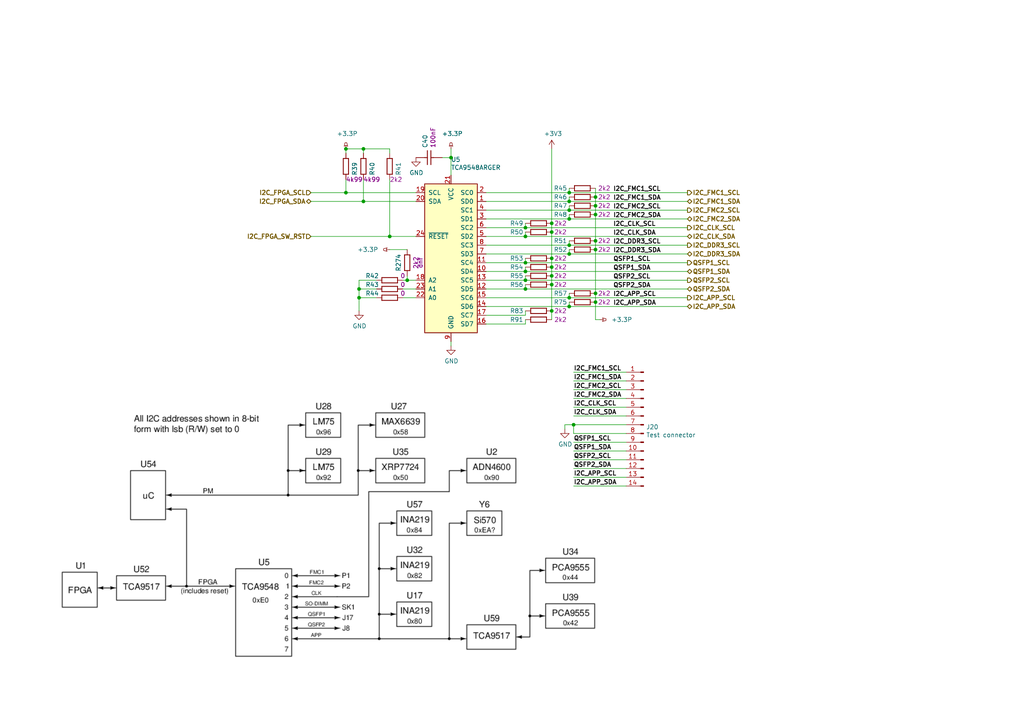
<source format=kicad_sch>
(kicad_sch (version 20211123) (generator eeschema)
  (paper "A4")
  (title_block (title "Marble") (date "2022-08-24") (rev "v1.4") (company "Michał Gąska / WUT") (comment 3 "I2C MUX"))
  (junction (at 160.02 67.31))
  (junction (at 172.72 57.15))
  (junction (at 113.03 68.58))
  (junction (at 172.72 87.63))
  (junction (at 165.1 58.42))
  (junction (at 160.02 77.47))
  (junction (at 152.4 68.58))
  (junction (at 105.41 43.18))
  (junction (at 100.33 43.18))
  (junction (at 165.1 60.96))
  (junction (at 130.81 45.72))
  (junction (at 152.4 76.2))
  (junction (at 152.4 81.28))
  (junction (at 165.1 88.9))
  (junction (at 165.1 73.66))
  (junction (at 172.72 85.09))
  (junction (at 172.72 59.69))
  (junction (at 160.02 74.93))
  (junction (at 172.72 62.23))
  (junction (at 105.41 58.42))
  (junction (at 165.1 71.12))
  (junction (at 160.02 82.55))
  (junction (at 100.33 55.88))
  (junction (at 160.02 80.01))
  (junction (at 165.1 55.88))
  (junction (at 118.11 81.28))
  (junction (at 172.72 72.39))
  (junction (at 152.4 78.74))
  (junction (at 152.4 83.82))
  (junction (at 165.1 86.36))
  (junction (at 152.4 66.04))
  (junction (at 104.14 86.36))
  (junction (at 172.72 69.85))
  (junction (at 160.02 90.17))
  (junction (at 160.02 64.77))
  (junction (at 166.37 123.19))
  (junction (at 104.14 83.82))
  (junction (at 165.1 63.5))
  (wire (pts (xy 140.97 60.96) (xy 165.1 60.96)))
  (wire (pts (xy 113.03 68.58) (xy 120.65 68.58)))
  (wire (pts (xy 140.97 63.5) (xy 165.1 63.5)))
  (wire (pts (xy 152.4 67.31) (xy 152.4 68.58)))
  (wire (pts (xy 130.81 45.72) (xy 130.81 50.8)))
  (wire (pts (xy 100.33 52.07) (xy 100.33 55.88)))
  (wire (pts (xy 152.4 64.77) (xy 152.4 66.04)))
  (wire (pts (xy 152.4 81.28) (xy 199.39 81.28)))
  (wire (pts (xy 172.72 59.69) (xy 172.72 62.23)))
  (wire (pts (xy 166.37 128.27) (xy 181.61 128.27)))
  (wire (pts (xy 130.81 43.18) (xy 130.81 45.72)))
  (wire (pts (xy 160.02 43.18) (xy 160.02 64.77)))
  (wire (pts (xy 166.37 113.03) (xy 181.61 113.03)))
  (wire (pts (xy 140.97 93.98) (xy 152.4 93.98)))
  (wire (pts (xy 152.4 83.82) (xy 199.39 83.82)))
  (wire (pts (xy 165.1 72.39) (xy 165.1 73.66)))
  (wire (pts (xy 152.4 66.04) (xy 199.39 66.04)))
  (wire (pts (xy 140.97 68.58) (xy 152.4 68.58)))
  (wire (pts (xy 140.97 71.12) (xy 165.1 71.12)))
  (wire (pts (xy 152.4 92.71) (xy 152.4 93.98)))
  (wire (pts (xy 166.37 107.95) (xy 181.61 107.95)))
  (wire (pts (xy 172.72 57.15) (xy 172.72 59.69)))
  (wire (pts (xy 165.1 57.15) (xy 165.1 58.42)))
  (wire (pts (xy 105.41 43.18) (xy 113.03 43.18)))
  (wire (pts (xy 172.72 69.85) (xy 172.72 72.39)))
  (wire (pts (xy 140.97 66.04) (xy 152.4 66.04)))
  (wire (pts (xy 165.1 86.36) (xy 199.39 86.36)))
  (wire (pts (xy 140.97 73.66) (xy 165.1 73.66)))
  (wire (pts (xy 172.72 85.09) (xy 172.72 87.63)))
  (wire (pts (xy 118.11 81.28) (xy 120.65 81.28)))
  (wire (pts (xy 165.1 59.69) (xy 165.1 60.96)))
  (wire (pts (xy 90.17 58.42) (xy 105.41 58.42)))
  (wire (pts (xy 172.72 62.23) (xy 172.72 69.85)))
  (wire (pts (xy 109.22 86.36) (xy 104.14 86.36)))
  (wire (pts (xy 166.37 135.89) (xy 181.61 135.89)))
  (wire (pts (xy 152.4 74.93) (xy 152.4 76.2)))
  (wire (pts (xy 165.1 63.5) (xy 199.39 63.5)))
  (wire (pts (xy 160.02 74.93) (xy 160.02 77.47)))
  (wire (pts (xy 160.02 77.47) (xy 160.02 80.01)))
  (wire (pts (xy 152.4 82.55) (xy 152.4 83.82)))
  (wire (pts (xy 105.41 44.45) (xy 105.41 43.18)))
  (wire (pts (xy 105.41 52.07) (xy 105.41 58.42)))
  (wire (pts (xy 165.1 58.42) (xy 199.39 58.42)))
  (wire (pts (xy 172.72 72.39) (xy 172.72 85.09)))
  (wire (pts (xy 166.37 140.97) (xy 181.61 140.97)))
  (wire (pts (xy 113.03 44.45) (xy 113.03 43.18)))
  (wire (pts (xy 166.37 130.81) (xy 181.61 130.81)))
  (wire (pts (xy 166.37 110.49) (xy 181.61 110.49)))
  (wire (pts (xy 163.83 123.19) (xy 166.37 123.19)))
  (wire (pts (xy 152.4 76.2) (xy 199.39 76.2)))
  (wire (pts (xy 140.97 55.88) (xy 165.1 55.88)))
  (wire (pts (xy 90.17 68.58) (xy 113.03 68.58)))
  (wire (pts (xy 160.02 67.31) (xy 160.02 74.93)))
  (wire (pts (xy 166.37 125.73) (xy 181.61 125.73)))
  (wire (pts (xy 104.14 86.36) (xy 104.14 90.17)))
  (wire (pts (xy 128.27 45.72) (xy 130.81 45.72)))
  (wire (pts (xy 152.4 78.74) (xy 199.39 78.74)))
  (wire (pts (xy 166.37 138.43) (xy 181.61 138.43)))
  (wire (pts (xy 160.02 80.01) (xy 160.02 82.55)))
  (wire (pts (xy 140.97 88.9) (xy 165.1 88.9)))
  (wire (pts (xy 113.03 52.07) (xy 113.03 68.58)))
  (wire (pts (xy 116.84 83.82) (xy 120.65 83.82)))
  (wire (pts (xy 165.1 55.88) (xy 199.39 55.88)))
  (wire (pts (xy 152.4 68.58) (xy 199.39 68.58)))
  (wire (pts (xy 118.11 80.01) (xy 118.11 81.28)))
  (wire (pts (xy 140.97 58.42) (xy 165.1 58.42)))
  (wire (pts (xy 140.97 83.82) (xy 152.4 83.82)))
  (wire (pts (xy 166.37 125.73) (xy 166.37 123.19)))
  (wire (pts (xy 166.37 123.19) (xy 181.61 123.19)))
  (wire (pts (xy 160.02 90.17) (xy 160.02 92.71)))
  (wire (pts (xy 152.4 77.47) (xy 152.4 78.74)))
  (wire (pts (xy 104.14 83.82) (xy 104.14 86.36)))
  (wire (pts (xy 152.4 80.01) (xy 152.4 81.28)))
  (wire (pts (xy 166.37 115.57) (xy 181.61 115.57)))
  (wire (pts (xy 116.84 86.36) (xy 120.65 86.36)))
  (wire (pts (xy 165.1 62.23) (xy 165.1 63.5)))
  (wire (pts (xy 172.72 87.63) (xy 172.72 92.71)))
  (wire (pts (xy 105.41 43.18) (xy 100.33 43.18)))
  (wire (pts (xy 130.81 99.06) (xy 130.81 100.33)))
  (wire (pts (xy 172.72 54.61) (xy 172.72 57.15)))
  (wire (pts (xy 140.97 78.74) (xy 152.4 78.74)))
  (wire (pts (xy 165.1 88.9) (xy 199.39 88.9)))
  (wire (pts (xy 100.33 44.45) (xy 100.33 43.18)))
  (wire (pts (xy 140.97 76.2) (xy 152.4 76.2)))
  (wire (pts (xy 116.84 81.28) (xy 118.11 81.28)))
  (wire (pts (xy 166.37 120.65) (xy 181.61 120.65)))
  (wire (pts (xy 166.37 133.35) (xy 181.61 133.35)))
  (wire (pts (xy 140.97 91.44) (xy 152.4 91.44)))
  (wire (pts (xy 163.83 124.46) (xy 163.83 123.19)))
  (wire (pts (xy 109.22 83.82) (xy 104.14 83.82)))
  (wire (pts (xy 165.1 54.61) (xy 165.1 55.88)))
  (wire (pts (xy 113.03 72.39) (xy 118.11 72.39)))
  (wire (pts (xy 172.72 92.71) (xy 173.99 92.71)))
  (wire (pts (xy 165.1 71.12) (xy 199.39 71.12)))
  (wire (pts (xy 140.97 81.28) (xy 152.4 81.28)))
  (wire (pts (xy 166.37 118.11) (xy 181.61 118.11)))
  (wire (pts (xy 140.97 86.36) (xy 165.1 86.36)))
  (wire (pts (xy 90.17 55.88) (xy 100.33 55.88)))
  (wire (pts (xy 165.1 73.66) (xy 199.39 73.66)))
  (wire (pts (xy 165.1 85.09) (xy 165.1 86.36)))
  (wire (pts (xy 109.22 81.28) (xy 104.14 81.28)))
  (wire (pts (xy 104.14 81.28) (xy 104.14 83.82)))
  (wire (pts (xy 160.02 64.77) (xy 160.02 67.31)))
  (wire (pts (xy 165.1 60.96) (xy 199.39 60.96)))
  (wire (pts (xy 165.1 87.63) (xy 165.1 88.9)))
  (wire (pts (xy 152.4 90.17) (xy 152.4 91.44)))
  (wire (pts (xy 165.1 69.85) (xy 165.1 71.12)))
  (wire (pts (xy 100.33 55.88) (xy 120.65 55.88)))
  (wire (pts (xy 105.41 58.42) (xy 120.65 58.42)))
  (wire (pts (xy 160.02 82.55) (xy 160.02 90.17)))
  (image (at 95.25 153.67))
  (label "QSFP1_SDA" (at 166.37 130.81 0) (effects (font (thickness 0.254) bold)))
  (label "I2C_FMC2_SCL" (at 177.8 60.96 0) (effects (font (thickness 0.254) bold)))
  (label "I2C_FMC2_SDA" (at 177.8 63.5 0) (effects (font (thickness 0.254) bold)))
  (label "QSFP2_SDA" (at 166.37 135.89 0) (effects (font (thickness 0.254) bold)))
  (label "I2C_CLK_SCL" (at 166.37 118.11 0) (effects (font (thickness 0.254) bold)))
  (label "I2C_DDR3_SDA" (at 177.8 73.66 0) (effects (font (thickness 0.254) bold)))
  (label "QSFP1_SDA" (at 177.8 78.74 0) (effects (font (thickness 0.254) bold)))
  (label "I2C_FMC1_SDA" (at 166.37 110.49 0) (effects (font (thickness 0.254) bold)))
  (label "I2C_APP_SDA" (at 166.37 140.97 0) (effects (font (thickness 0.254) bold)))
  (label "I2C_APP_SCL" (at 166.37 138.43 0) (effects (font (thickness 0.254) bold)))
  (label "QSFP2_SCL" (at 166.37 133.35 0) (effects (font (thickness 0.254) bold)))
  (label "I2C_APP_SDA" (at 177.8 88.9 0) (effects (font (thickness 0.254) bold)))
  (label "QSFP2_SDA" (at 177.8 83.82 0) (effects (font (thickness 0.254) bold)))
  (label "I2C_FMC2_SDA" (at 166.37 115.57 0) (effects (font (thickness 0.254) bold)))
  (label "I2C_FMC1_SDA" (at 177.8 58.42 0) (effects (font (thickness 0.254) bold)))
  (label "I2C_CLK_SDA" (at 166.37 120.65 0) (effects (font (thickness 0.254) bold)))
  (label "QSFP2_SCL" (at 177.8 81.28 0) (effects (font (thickness 0.254) bold)))
  (label "I2C_APP_SCL" (at 177.8 86.36 0) (effects (font (thickness 0.254) bold)))
  (label "I2C_FMC1_SCL" (at 177.8 55.88 0) (effects (font (thickness 0.254) bold)))
  (label "I2C_FMC1_SCL" (at 166.37 107.95 0) (effects (font (thickness 0.254) bold)))
  (label "QSFP1_SCL" (at 166.37 128.27 0) (effects (font (thickness 0.254) bold)))
  (label "I2C_FMC2_SCL" (at 166.37 113.03 0) (effects (font (thickness 0.254) bold)))
  (label "QSFP1_SCL" (at 177.8 76.2 0) (effects (font (thickness 0.254) bold)))
  (label "I2C_CLK_SDA" (at 177.8 68.58 0) (effects (font (thickness 0.254) bold)))
  (label "I2C_DDR3_SCL" (at 177.8 71.12 0) (effects (font (thickness 0.254) bold)))
  (label "I2C_CLK_SCL" (at 177.8 66.04 0) (effects (font (thickness 0.254) bold)))
  (hierarchical_label "I2C_CLK_SCL" (shape output) (at 199.39 66.04 0) (effects (font (thickness 0.254) bold)))
  (hierarchical_label "I2C_FMC2_SDA" (shape bidirectional) (at 199.39 63.5 0) (effects (font (thickness 0.254) bold)))
  (hierarchical_label "I2C_FPGA_SDA" (shape bidirectional) (at 90.17 58.42 180) (effects (font (thickness 0.254) bold)))
  (hierarchical_label "I2C_CLK_SDA" (shape bidirectional) (at 199.39 68.58 0) (effects (font (thickness 0.254) bold)))
  (hierarchical_label "I2C_APP_SCL" (shape output) (at 199.39 86.36 0) (effects (font (thickness 0.254) bold)))
  (hierarchical_label "I2C_FPGA_SCL" (shape input) (at 90.17 55.88 180) (effects (font (thickness 0.254) bold)))
  (hierarchical_label "I2C_FMC1_SCL" (shape output) (at 199.39 55.88 0) (effects (font (thickness 0.254) bold)))
  (hierarchical_label "I2C_FPGA_SW_RST" (shape input) (at 90.17 68.58 180) (effects (font (thickness 0.254) bold)))
  (hierarchical_label "I2C_FMC2_SCL" (shape output) (at 199.39 60.96 0) (effects (font (thickness 0.254) bold)))
  (hierarchical_label "I2C_DDR3_SCL" (shape output) (at 199.39 71.12 0) (effects (font (thickness 0.254) bold)))
  (hierarchical_label "QSFP1_SDA" (shape bidirectional) (at 199.39 78.74 0) (effects (font (thickness 0.254) bold)))
  (hierarchical_label "QSFP2_SCL" (shape output) (at 199.39 81.28 0) (effects (font (thickness 0.254) bold)))
  (hierarchical_label "I2C_APP_SDA" (shape bidirectional) (at 199.39 88.9 0) (effects (font (thickness 0.254) bold)))
  (hierarchical_label "I2C_FMC1_SDA" (shape bidirectional) (at 199.39 58.42 0) (effects (font (thickness 0.254) bold)))
  (hierarchical_label "QSFP2_SDA" (shape bidirectional) (at 199.39 83.82 0) (effects (font (thickness 0.254) bold)))
  (hierarchical_label "I2C_DDR3_SDA" (shape bidirectional) (at 199.39 73.66 0) (effects (font (thickness 0.254) bold)))
  (hierarchical_label "QSFP1_SCL" (shape output) (at 199.39 76.2 0) (effects (font (thickness 0.254) bold)))
  (symbol (lib_id "power:GND") (at 104.14 90.17 0) (unit 1)
    (property "Reference" "#PWR063" (effects hide))
    (property "Value" "GND" (at 104.267 94.5642 0))
  )
  (symbol (lib_id "Resistors_SMD:R0402_0R_JUMPER") (at 116.84 81.28 180) (unit 1)
    (property "Reference" "R42" (at 107.95 80.01 0))
    (property "Value" "R0402_0R_JUMPER" (effects hide))
    (property "Footprint" "RESC1005X40N" (effects hide))
    (property "Datasheet" "\\\\cern.ch\\dfs\\Applications\\Altium\\Datasheets\\R0402_Phycomp_RC0402.pdf" (effects hide))
    (property "~" "0" (at 116.84 80.01 0))
    (property "Part Number" "R0402_0R_JUMPER" (effects hide))
    (property "Library Ref" "Resistor" (effects hide))
    (property "Library Path" "SchLib\\Resistors.SchLib" (effects hide))
    (property "Comment" "=Value" (effects hide))
    (property "Component Kind" "Standard" (effects hide))
    (property "Component Type" "Standard" (effects hide))
    (property "PackageDescription" " " (effects hide))
    (property "Pin Count" "2" (effects hide))
    (property "Footprint Path" "PcbLib\\Resistors SMD.PcbLib" (effects hide))
    (property "Footprint Ref" "RESC1005X40N" (effects hide))
    (property "Val" "0" (effects hide))
    (property "Status" "Not Recommended" (effects hide))
    (property "Power" " " (effects hide))
    (property "TC" " " (effects hide))
    (property "Voltage" " " (effects hide))
    (property "Tolerance" " " (effects hide))
    (property "Part Description" "1A (0.05R Max DC Resistance) Zero Ohm Jumper" (effects hide))
    (property "Manufacturer" "GENERIC" (effects hide))
    (property "Manufacturer Part Number" "R0402_0R_JUMPER" (effects hide))
    (property "Case" "0402" (effects hide))
    (property "PressFit" "No" (effects hide))
    (property "Mounted" "Yes" (effects hide))
    (property "Sense Comment" " " (effects hide))
    (property "Sense" "No" (effects hide))
    (property "Status Comment" " " (effects hide))
    (property "Socket" "No" (effects hide))
    (property "SMD" "Yes" (effects hide))
    (property "ComponentHeight" " " (effects hide))
    (property "Manufacturer1 Example" "YAGEO PHYCOMP" (effects hide))
    (property "Manufacturer1 Part Number" "232270591001L" (effects hide))
    (property "Manufacturer1 ComponentHeight" "0.4mm" (effects hide))
    (property "CreateDate" "12/03/07 00:00:00" (effects hide))
    (property "LatestRevisionDate" "10/17/12 00:00:00" (effects hide))
    (property "Library Name" "Resistors SMD" (effects hide))
    (property "License" "This work is licensed under the Creative Commons CC-BY-SA 4.0 License. To the extent that circuit schematics that use Licensed Material can be considered to be ‘Adapted Material’, then the copyright holder waives article 3.b of the license with respect to these schematics." (effects hide))
  )
  (symbol (lib_id "Resistors_SMD:R0402_0R_JUMPER") (at 116.84 83.82 180) (unit 1)
    (property "Reference" "R43" (at 107.95 82.55 0))
    (property "Value" "R0402_0R_JUMPER" (effects hide))
    (property "Footprint" "RESC1005X40N" (effects hide))
    (property "Datasheet" "\\\\cern.ch\\dfs\\Applications\\Altium\\Datasheets\\R0402_Phycomp_RC0402.pdf" (effects hide))
    (property "~" "0" (at 116.84 82.55 0))
    (property "Part Number" "R0402_0R_JUMPER" (effects hide))
    (property "Library Ref" "Resistor" (effects hide))
    (property "Library Path" "SchLib\\Resistors.SchLib" (effects hide))
    (property "Comment" "=Value" (effects hide))
    (property "Component Kind" "Standard" (effects hide))
    (property "Component Type" "Standard" (effects hide))
    (property "PackageDescription" " " (effects hide))
    (property "Pin Count" "2" (effects hide))
    (property "Footprint Path" "PcbLib\\Resistors SMD.PcbLib" (effects hide))
    (property "Footprint Ref" "RESC1005X40N" (effects hide))
    (property "Val" "0" (effects hide))
    (property "Status" "Not Recommended" (effects hide))
    (property "Power" " " (effects hide))
    (property "TC" " " (effects hide))
    (property "Voltage" " " (effects hide))
    (property "Tolerance" " " (effects hide))
    (property "Part Description" "1A (0.05R Max DC Resistance) Zero Ohm Jumper" (effects hide))
    (property "Manufacturer" "GENERIC" (effects hide))
    (property "Manufacturer Part Number" "R0402_0R_JUMPER" (effects hide))
    (property "Case" "0402" (effects hide))
    (property "PressFit" "No" (effects hide))
    (property "Mounted" "Yes" (effects hide))
    (property "Sense Comment" " " (effects hide))
    (property "Sense" "No" (effects hide))
    (property "Status Comment" " " (effects hide))
    (property "Socket" "No" (effects hide))
    (property "SMD" "Yes" (effects hide))
    (property "ComponentHeight" " " (effects hide))
    (property "Manufacturer1 Example" "YAGEO PHYCOMP" (effects hide))
    (property "Manufacturer1 Part Number" "232270591001L" (effects hide))
    (property "Manufacturer1 ComponentHeight" "0.4mm" (effects hide))
    (property "CreateDate" "12/03/07 00:00:00" (effects hide))
    (property "LatestRevisionDate" "10/17/12 00:00:00" (effects hide))
    (property "Library Name" "Resistors SMD" (effects hide))
    (property "License" "This work is licensed under the Creative Commons CC-BY-SA 4.0 License. To the extent that circuit schematics that use Licensed Material can be considered to be ‘Adapted Material’, then the copyright holder waives article 3.b of the license with respect to these schematics." (effects hide))
  )
  (symbol (lib_id "Resistors_SMD:R0402_0R_JUMPER") (at 116.84 86.36 180) (unit 1)
    (property "Reference" "R44" (at 107.95 85.09 0))
    (property "Value" "R0402_0R_JUMPER" (effects hide))
    (property "Footprint" "RESC1005X40N" (effects hide))
    (property "Datasheet" "\\\\cern.ch\\dfs\\Applications\\Altium\\Datasheets\\R0402_Phycomp_RC0402.pdf" (effects hide))
    (property "~" "0" (at 116.84 85.09 0))
    (property "Part Number" "R0402_0R_JUMPER" (effects hide))
    (property "Library Ref" "Resistor" (effects hide))
    (property "Library Path" "SchLib\\Resistors.SchLib" (effects hide))
    (property "Comment" "=Value" (effects hide))
    (property "Component Kind" "Standard" (effects hide))
    (property "Component Type" "Standard" (effects hide))
    (property "PackageDescription" " " (effects hide))
    (property "Pin Count" "2" (effects hide))
    (property "Footprint Path" "PcbLib\\Resistors SMD.PcbLib" (effects hide))
    (property "Footprint Ref" "RESC1005X40N" (effects hide))
    (property "Val" "0" (effects hide))
    (property "Status" "Not Recommended" (effects hide))
    (property "Power" " " (effects hide))
    (property "TC" " " (effects hide))
    (property "Voltage" " " (effects hide))
    (property "Tolerance" " " (effects hide))
    (property "Part Description" "1A (0.05R Max DC Resistance) Zero Ohm Jumper" (effects hide))
    (property "Manufacturer" "GENERIC" (effects hide))
    (property "Manufacturer Part Number" "R0402_0R_JUMPER" (effects hide))
    (property "Case" "0402" (effects hide))
    (property "PressFit" "No" (effects hide))
    (property "Mounted" "Yes" (effects hide))
    (property "Sense Comment" " " (effects hide))
    (property "Sense" "No" (effects hide))
    (property "Status Comment" " " (effects hide))
    (property "Socket" "No" (effects hide))
    (property "SMD" "Yes" (effects hide))
    (property "ComponentHeight" " " (effects hide))
    (property "Manufacturer1 Example" "YAGEO PHYCOMP" (effects hide))
    (property "Manufacturer1 Part Number" "232270591001L" (effects hide))
    (property "Manufacturer1 ComponentHeight" "0.4mm" (effects hide))
    (property "CreateDate" "12/03/07 00:00:00" (effects hide))
    (property "LatestRevisionDate" "10/17/12 00:00:00" (effects hide))
    (property "Library Name" "Resistors SMD" (effects hide))
    (property "License" "This work is licensed under the Creative Commons CC-BY-SA 4.0 License. To the extent that circuit schematics that use Licensed Material can be considered to be ‘Adapted Material’, then the copyright holder waives article 3.b of the license with respect to these schematics." (effects hide))
  )
  (symbol (lib_id "Resistors_SMD:R0402_2K2_1%_0.0625W_100PPM") (at 165.1 54.61 0) (unit 1)
    (property "Reference" "R45" (at 162.56 54.61 0))
    (property "Value" "R0402_2K2_1%_0.0625W_100PPM" (effects hide))
    (property "Footprint" "RESC1005X40N" (effects hide))
    (property "Datasheet" "\\\\cern.ch\\dfs\\Applications\\Altium\\Datasheets\\R0402_Phycomp_RC0402.pdf" (effects hide))
    (property "~" "2k2" (at 175.26 54.61 0))
    (property "Part Number" "R0402_2K2_1%_0.0625W_100PPM" (effects hide))
    (property "Library Ref" "Resistor - 1%" (effects hide))
    (property "Library Path" "SchLib\\Resistors.SchLib" (effects hide))
    (property "Comment" "=Value" (effects hide))
    (property "Component Kind" "Standard" (effects hide))
    (property "Component Type" "Standard" (effects hide))
    (property "PackageDescription" " " (effects hide))
    (property "Pin Count" "2" (effects hide))
    (property "Footprint Path" "PcbLib\\Resistors SMD.PcbLib" (effects hide))
    (property "Footprint Ref" "RESC1005X40N" (effects hide))
    (property "Val" "2k2" (effects hide))
    (property "Status" "Not Recommended" (effects hide))
    (property "Power" "0.0625W" (effects hide))
    (property "TC" "±100ppm/°C" (effects hide))
    (property "Voltage" " " (effects hide))
    (property "Tolerance" "±1%" (effects hide))
    (property "Part Description" "General Purpose Thick Film Chip Resistor" (effects hide))
    (property "Manufacturer" "GENERIC" (effects hide))
    (property "Manufacturer Part Number" "R0402_2K2_1%_0.0625W_100PPM" (effects hide))
    (property "Case" "0402" (effects hide))
    (property "PressFit" "No" (effects hide))
    (property "Mounted" "Yes" (effects hide))
    (property "Sense Comment" " " (effects hide))
    (property "Sense" "No" (effects hide))
    (property "Status Comment" " " (effects hide))
    (property "Socket" "No" (effects hide))
    (property "SMD" "Yes" (effects hide))
    (property "ComponentHeight" " " (effects hide))
    (property "Manufacturer1 Example" "YAGEO PHYCOMP" (effects hide))
    (property "Manufacturer1 Part Number" "232270672202L" (effects hide))
    (property "Manufacturer1 ComponentHeight" "0.4mm" (effects hide))
    (property "CreateDate" "12/03/07 00:00:00" (effects hide))
    (property "LatestRevisionDate" "10/17/12 00:00:00" (effects hide))
    (property "Library Name" "Resistors SMD" (effects hide))
    (property "License" "This work is licensed under the Creative Commons CC-BY-SA 4.0 License. To the extent that circuit schematics that use Licensed Material can be considered to be ‘Adapted Material’, then the copyright holder waives article 3.b of the license with respect to these schematics." (effects hide))
  )
  (symbol (lib_id "Resistors_SMD:R0402_2K2_1%_0.0625W_100PPM") (at 165.1 57.15 0) (unit 1)
    (property "Reference" "R46" (at 162.56 57.15 0))
    (property "Value" "R0402_2K2_1%_0.0625W_100PPM" (effects hide))
    (property "Footprint" "RESC1005X40N" (effects hide))
    (property "Datasheet" "\\\\cern.ch\\dfs\\Applications\\Altium\\Datasheets\\R0402_Phycomp_RC0402.pdf" (effects hide))
    (property "~" "2k2" (at 175.26 57.15 0))
    (property "Part Number" "R0402_2K2_1%_0.0625W_100PPM" (effects hide))
    (property "Library Ref" "Resistor - 1%" (effects hide))
    (property "Library Path" "SchLib\\Resistors.SchLib" (effects hide))
    (property "Comment" "=Value" (effects hide))
    (property "Component Kind" "Standard" (effects hide))
    (property "Component Type" "Standard" (effects hide))
    (property "PackageDescription" " " (effects hide))
    (property "Pin Count" "2" (effects hide))
    (property "Footprint Path" "PcbLib\\Resistors SMD.PcbLib" (effects hide))
    (property "Footprint Ref" "RESC1005X40N" (effects hide))
    (property "Val" "2k2" (effects hide))
    (property "Status" "Not Recommended" (effects hide))
    (property "Power" "0.0625W" (effects hide))
    (property "TC" "±100ppm/°C" (effects hide))
    (property "Voltage" " " (effects hide))
    (property "Tolerance" "±1%" (effects hide))
    (property "Part Description" "General Purpose Thick Film Chip Resistor" (effects hide))
    (property "Manufacturer" "GENERIC" (effects hide))
    (property "Manufacturer Part Number" "R0402_2K2_1%_0.0625W_100PPM" (effects hide))
    (property "Case" "0402" (effects hide))
    (property "PressFit" "No" (effects hide))
    (property "Mounted" "Yes" (effects hide))
    (property "Sense Comment" " " (effects hide))
    (property "Sense" "No" (effects hide))
    (property "Status Comment" " " (effects hide))
    (property "Socket" "No" (effects hide))
    (property "SMD" "Yes" (effects hide))
    (property "ComponentHeight" " " (effects hide))
    (property "Manufacturer1 Example" "YAGEO PHYCOMP" (effects hide))
    (property "Manufacturer1 Part Number" "232270672202L" (effects hide))
    (property "Manufacturer1 ComponentHeight" "0.4mm" (effects hide))
    (property "CreateDate" "12/03/07 00:00:00" (effects hide))
    (property "LatestRevisionDate" "10/17/12 00:00:00" (effects hide))
    (property "Library Name" "Resistors SMD" (effects hide))
    (property "License" "This work is licensed under the Creative Commons CC-BY-SA 4.0 License. To the extent that circuit schematics that use Licensed Material can be considered to be ‘Adapted Material’, then the copyright holder waives article 3.b of the license with respect to these schematics." (effects hide))
  )
  (symbol (lib_id "Resistors_SMD:R0402_2K2_1%_0.0625W_100PPM") (at 165.1 59.69 0) (unit 1)
    (property "Reference" "R47" (at 162.56 59.69 0))
    (property "Value" "R0402_2K2_1%_0.0625W_100PPM" (effects hide))
    (property "Footprint" "RESC1005X40N" (effects hide))
    (property "Datasheet" "\\\\cern.ch\\dfs\\Applications\\Altium\\Datasheets\\R0402_Phycomp_RC0402.pdf" (effects hide))
    (property "~" "2k2" (at 175.26 59.69 0))
    (property "Part Number" "R0402_2K2_1%_0.0625W_100PPM" (effects hide))
    (property "Library Ref" "Resistor - 1%" (effects hide))
    (property "Library Path" "SchLib\\Resistors.SchLib" (effects hide))
    (property "Comment" "=Value" (effects hide))
    (property "Component Kind" "Standard" (effects hide))
    (property "Component Type" "Standard" (effects hide))
    (property "PackageDescription" " " (effects hide))
    (property "Pin Count" "2" (effects hide))
    (property "Footprint Path" "PcbLib\\Resistors SMD.PcbLib" (effects hide))
    (property "Footprint Ref" "RESC1005X40N" (effects hide))
    (property "Val" "2k2" (effects hide))
    (property "Status" "Not Recommended" (effects hide))
    (property "Power" "0.0625W" (effects hide))
    (property "TC" "±100ppm/°C" (effects hide))
    (property "Voltage" " " (effects hide))
    (property "Tolerance" "±1%" (effects hide))
    (property "Part Description" "General Purpose Thick Film Chip Resistor" (effects hide))
    (property "Manufacturer" "GENERIC" (effects hide))
    (property "Manufacturer Part Number" "R0402_2K2_1%_0.0625W_100PPM" (effects hide))
    (property "Case" "0402" (effects hide))
    (property "PressFit" "No" (effects hide))
    (property "Mounted" "Yes" (effects hide))
    (property "Sense Comment" " " (effects hide))
    (property "Sense" "No" (effects hide))
    (property "Status Comment" " " (effects hide))
    (property "Socket" "No" (effects hide))
    (property "SMD" "Yes" (effects hide))
    (property "ComponentHeight" " " (effects hide))
    (property "Manufacturer1 Example" "YAGEO PHYCOMP" (effects hide))
    (property "Manufacturer1 Part Number" "232270672202L" (effects hide))
    (property "Manufacturer1 ComponentHeight" "0.4mm" (effects hide))
    (property "CreateDate" "12/03/07 00:00:00" (effects hide))
    (property "LatestRevisionDate" "10/17/12 00:00:00" (effects hide))
    (property "Library Name" "Resistors SMD" (effects hide))
    (property "License" "This work is licensed under the Creative Commons CC-BY-SA 4.0 License. To the extent that circuit schematics that use Licensed Material can be considered to be ‘Adapted Material’, then the copyright holder waives article 3.b of the license with respect to these schematics." (effects hide))
  )
  (symbol (lib_id "Resistors_SMD:R0402_2K2_1%_0.0625W_100PPM") (at 165.1 62.23 0) (unit 1)
    (property "Reference" "R48" (at 162.56 62.23 0))
    (property "Value" "R0402_2K2_1%_0.0625W_100PPM" (effects hide))
    (property "Footprint" "RESC1005X40N" (effects hide))
    (property "Datasheet" "\\\\cern.ch\\dfs\\Applications\\Altium\\Datasheets\\R0402_Phycomp_RC0402.pdf" (effects hide))
    (property "~" "2k2" (at 175.26 62.23 0))
    (property "Part Number" "R0402_2K2_1%_0.0625W_100PPM" (effects hide))
    (property "Library Ref" "Resistor - 1%" (effects hide))
    (property "Library Path" "SchLib\\Resistors.SchLib" (effects hide))
    (property "Comment" "=Value" (effects hide))
    (property "Component Kind" "Standard" (effects hide))
    (property "Component Type" "Standard" (effects hide))
    (property "PackageDescription" " " (effects hide))
    (property "Pin Count" "2" (effects hide))
    (property "Footprint Path" "PcbLib\\Resistors SMD.PcbLib" (effects hide))
    (property "Footprint Ref" "RESC1005X40N" (effects hide))
    (property "Val" "2k2" (effects hide))
    (property "Status" "Not Recommended" (effects hide))
    (property "Power" "0.0625W" (effects hide))
    (property "TC" "±100ppm/°C" (effects hide))
    (property "Voltage" " " (effects hide))
    (property "Tolerance" "±1%" (effects hide))
    (property "Part Description" "General Purpose Thick Film Chip Resistor" (effects hide))
    (property "Manufacturer" "GENERIC" (effects hide))
    (property "Manufacturer Part Number" "R0402_2K2_1%_0.0625W_100PPM" (effects hide))
    (property "Case" "0402" (effects hide))
    (property "PressFit" "No" (effects hide))
    (property "Mounted" "Yes" (effects hide))
    (property "Sense Comment" " " (effects hide))
    (property "Sense" "No" (effects hide))
    (property "Status Comment" " " (effects hide))
    (property "Socket" "No" (effects hide))
    (property "SMD" "Yes" (effects hide))
    (property "ComponentHeight" " " (effects hide))
    (property "Manufacturer1 Example" "YAGEO PHYCOMP" (effects hide))
    (property "Manufacturer1 Part Number" "232270672202L" (effects hide))
    (property "Manufacturer1 ComponentHeight" "0.4mm" (effects hide))
    (property "CreateDate" "12/03/07 00:00:00" (effects hide))
    (property "LatestRevisionDate" "10/17/12 00:00:00" (effects hide))
    (property "Library Name" "Resistors SMD" (effects hide))
    (property "License" "This work is licensed under the Creative Commons CC-BY-SA 4.0 License. To the extent that circuit schematics that use Licensed Material can be considered to be ‘Adapted Material’, then the copyright holder waives article 3.b of the license with respect to these schematics." (effects hide))
  )
  (symbol (lib_id "Resistors_SMD:R0402_2K2_1%_0.0625W_100PPM") (at 152.4 64.77 0) (unit 1)
    (property "Reference" "R49" (at 149.86 64.77 0))
    (property "Value" "R0402_2K2_1%_0.0625W_100PPM" (effects hide))
    (property "Footprint" "RESC1005X40N" (effects hide))
    (property "Datasheet" "\\\\cern.ch\\dfs\\Applications\\Altium\\Datasheets\\R0402_Phycomp_RC0402.pdf" (effects hide))
    (property "~" "2k2" (at 162.56 64.77 0))
    (property "Part Number" "R0402_2K2_1%_0.0625W_100PPM" (effects hide))
    (property "Library Ref" "Resistor - 1%" (effects hide))
    (property "Library Path" "SchLib\\Resistors.SchLib" (effects hide))
    (property "Comment" "=Value" (effects hide))
    (property "Component Kind" "Standard" (effects hide))
    (property "Component Type" "Standard" (effects hide))
    (property "PackageDescription" " " (effects hide))
    (property "Pin Count" "2" (effects hide))
    (property "Footprint Path" "PcbLib\\Resistors SMD.PcbLib" (effects hide))
    (property "Footprint Ref" "RESC1005X40N" (effects hide))
    (property "Val" "2k2" (effects hide))
    (property "Status" "Not Recommended" (effects hide))
    (property "Power" "0.0625W" (effects hide))
    (property "TC" "±100ppm/°C" (effects hide))
    (property "Voltage" " " (effects hide))
    (property "Tolerance" "±1%" (effects hide))
    (property "Part Description" "General Purpose Thick Film Chip Resistor" (effects hide))
    (property "Manufacturer" "GENERIC" (effects hide))
    (property "Manufacturer Part Number" "R0402_2K2_1%_0.0625W_100PPM" (effects hide))
    (property "Case" "0402" (effects hide))
    (property "PressFit" "No" (effects hide))
    (property "Mounted" "Yes" (effects hide))
    (property "Sense Comment" " " (effects hide))
    (property "Sense" "No" (effects hide))
    (property "Status Comment" " " (effects hide))
    (property "Socket" "No" (effects hide))
    (property "SMD" "Yes" (effects hide))
    (property "ComponentHeight" " " (effects hide))
    (property "Manufacturer1 Example" "YAGEO PHYCOMP" (effects hide))
    (property "Manufacturer1 Part Number" "232270672202L" (effects hide))
    (property "Manufacturer1 ComponentHeight" "0.4mm" (effects hide))
    (property "CreateDate" "12/03/07 00:00:00" (effects hide))
    (property "LatestRevisionDate" "10/17/12 00:00:00" (effects hide))
    (property "Library Name" "Resistors SMD" (effects hide))
    (property "License" "This work is licensed under the Creative Commons CC-BY-SA 4.0 License. To the extent that circuit schematics that use Licensed Material can be considered to be ‘Adapted Material’, then the copyright holder waives article 3.b of the license with respect to these schematics." (effects hide))
  )
  (symbol (lib_id "Resistors_SMD:R0402_2K2_1%_0.0625W_100PPM") (at 152.4 67.31 0) (unit 1)
    (property "Reference" "R50" (at 149.86 67.31 0))
    (property "Value" "R0402_2K2_1%_0.0625W_100PPM" (effects hide))
    (property "Footprint" "RESC1005X40N" (effects hide))
    (property "Datasheet" "\\\\cern.ch\\dfs\\Applications\\Altium\\Datasheets\\R0402_Phycomp_RC0402.pdf" (effects hide))
    (property "~" "2k2" (at 162.56 67.31 0))
    (property "Part Number" "R0402_2K2_1%_0.0625W_100PPM" (effects hide))
    (property "Library Ref" "Resistor - 1%" (effects hide))
    (property "Library Path" "SchLib\\Resistors.SchLib" (effects hide))
    (property "Comment" "=Value" (effects hide))
    (property "Component Kind" "Standard" (effects hide))
    (property "Component Type" "Standard" (effects hide))
    (property "PackageDescription" " " (effects hide))
    (property "Pin Count" "2" (effects hide))
    (property "Footprint Path" "PcbLib\\Resistors SMD.PcbLib" (effects hide))
    (property "Footprint Ref" "RESC1005X40N" (effects hide))
    (property "Val" "2k2" (effects hide))
    (property "Status" "Not Recommended" (effects hide))
    (property "Power" "0.0625W" (effects hide))
    (property "TC" "±100ppm/°C" (effects hide))
    (property "Voltage" " " (effects hide))
    (property "Tolerance" "±1%" (effects hide))
    (property "Part Description" "General Purpose Thick Film Chip Resistor" (effects hide))
    (property "Manufacturer" "GENERIC" (effects hide))
    (property "Manufacturer Part Number" "R0402_2K2_1%_0.0625W_100PPM" (effects hide))
    (property "Case" "0402" (effects hide))
    (property "PressFit" "No" (effects hide))
    (property "Mounted" "Yes" (effects hide))
    (property "Sense Comment" " " (effects hide))
    (property "Sense" "No" (effects hide))
    (property "Status Comment" " " (effects hide))
    (property "Socket" "No" (effects hide))
    (property "SMD" "Yes" (effects hide))
    (property "ComponentHeight" " " (effects hide))
    (property "Manufacturer1 Example" "YAGEO PHYCOMP" (effects hide))
    (property "Manufacturer1 Part Number" "232270672202L" (effects hide))
    (property "Manufacturer1 ComponentHeight" "0.4mm" (effects hide))
    (property "CreateDate" "12/03/07 00:00:00" (effects hide))
    (property "LatestRevisionDate" "10/17/12 00:00:00" (effects hide))
    (property "Library Name" "Resistors SMD" (effects hide))
    (property "License" "This work is licensed under the Creative Commons CC-BY-SA 4.0 License. To the extent that circuit schematics that use Licensed Material can be considered to be ‘Adapted Material’, then the copyright holder waives article 3.b of the license with respect to these schematics." (effects hide))
  )
  (symbol (lib_id "Resistors_SMD:R0402_2K2_1%_0.0625W_100PPM") (at 165.1 69.85 0) (unit 1)
    (property "Reference" "R51" (at 162.56 69.85 0))
    (property "Value" "R0402_2K2_1%_0.0625W_100PPM" (effects hide))
    (property "Footprint" "RESC1005X40N" (effects hide))
    (property "Datasheet" "\\\\cern.ch\\dfs\\Applications\\Altium\\Datasheets\\R0402_Phycomp_RC0402.pdf" (effects hide))
    (property "~" "2k2" (at 175.26 69.85 0))
    (property "Part Number" "R0402_2K2_1%_0.0625W_100PPM" (effects hide))
    (property "Library Ref" "Resistor - 1%" (effects hide))
    (property "Library Path" "SchLib\\Resistors.SchLib" (effects hide))
    (property "Comment" "=Value" (effects hide))
    (property "Component Kind" "Standard" (effects hide))
    (property "Component Type" "Standard" (effects hide))
    (property "PackageDescription" " " (effects hide))
    (property "Pin Count" "2" (effects hide))
    (property "Footprint Path" "PcbLib\\Resistors SMD.PcbLib" (effects hide))
    (property "Footprint Ref" "RESC1005X40N" (effects hide))
    (property "Val" "2k2" (effects hide))
    (property "Status" "Not Recommended" (effects hide))
    (property "Power" "0.0625W" (effects hide))
    (property "TC" "±100ppm/°C" (effects hide))
    (property "Voltage" " " (effects hide))
    (property "Tolerance" "±1%" (effects hide))
    (property "Part Description" "General Purpose Thick Film Chip Resistor" (effects hide))
    (property "Manufacturer" "GENERIC" (effects hide))
    (property "Manufacturer Part Number" "R0402_2K2_1%_0.0625W_100PPM" (effects hide))
    (property "Case" "0402" (effects hide))
    (property "PressFit" "No" (effects hide))
    (property "Mounted" "Yes" (effects hide))
    (property "Sense Comment" " " (effects hide))
    (property "Sense" "No" (effects hide))
    (property "Status Comment" " " (effects hide))
    (property "Socket" "No" (effects hide))
    (property "SMD" "Yes" (effects hide))
    (property "ComponentHeight" " " (effects hide))
    (property "Manufacturer1 Example" "YAGEO PHYCOMP" (effects hide))
    (property "Manufacturer1 Part Number" "232270672202L" (effects hide))
    (property "Manufacturer1 ComponentHeight" "0.4mm" (effects hide))
    (property "CreateDate" "12/03/07 00:00:00" (effects hide))
    (property "LatestRevisionDate" "10/17/12 00:00:00" (effects hide))
    (property "Library Name" "Resistors SMD" (effects hide))
    (property "License" "This work is licensed under the Creative Commons CC-BY-SA 4.0 License. To the extent that circuit schematics that use Licensed Material can be considered to be ‘Adapted Material’, then the copyright holder waives article 3.b of the license with respect to these schematics." (effects hide))
  )
  (symbol (lib_id "Resistors_SMD:R0402_2K2_1%_0.0625W_100PPM") (at 165.1 72.39 0) (unit 1)
    (property "Reference" "R52" (at 162.56 72.39 0))
    (property "Value" "R0402_2K2_1%_0.0625W_100PPM" (effects hide))
    (property "Footprint" "RESC1005X40N" (effects hide))
    (property "Datasheet" "\\\\cern.ch\\dfs\\Applications\\Altium\\Datasheets\\R0402_Phycomp_RC0402.pdf" (effects hide))
    (property "~" "2k2" (at 175.26 72.39 0))
    (property "Part Number" "R0402_2K2_1%_0.0625W_100PPM" (effects hide))
    (property "Library Ref" "Resistor - 1%" (effects hide))
    (property "Library Path" "SchLib\\Resistors.SchLib" (effects hide))
    (property "Comment" "=Value" (effects hide))
    (property "Component Kind" "Standard" (effects hide))
    (property "Component Type" "Standard" (effects hide))
    (property "PackageDescription" " " (effects hide))
    (property "Pin Count" "2" (effects hide))
    (property "Footprint Path" "PcbLib\\Resistors SMD.PcbLib" (effects hide))
    (property "Footprint Ref" "RESC1005X40N" (effects hide))
    (property "Val" "2k2" (effects hide))
    (property "Status" "Not Recommended" (effects hide))
    (property "Power" "0.0625W" (effects hide))
    (property "TC" "±100ppm/°C" (effects hide))
    (property "Voltage" " " (effects hide))
    (property "Tolerance" "±1%" (effects hide))
    (property "Part Description" "General Purpose Thick Film Chip Resistor" (effects hide))
    (property "Manufacturer" "GENERIC" (effects hide))
    (property "Manufacturer Part Number" "R0402_2K2_1%_0.0625W_100PPM" (effects hide))
    (property "Case" "0402" (effects hide))
    (property "PressFit" "No" (effects hide))
    (property "Mounted" "Yes" (effects hide))
    (property "Sense Comment" " " (effects hide))
    (property "Sense" "No" (effects hide))
    (property "Status Comment" " " (effects hide))
    (property "Socket" "No" (effects hide))
    (property "SMD" "Yes" (effects hide))
    (property "ComponentHeight" " " (effects hide))
    (property "Manufacturer1 Example" "YAGEO PHYCOMP" (effects hide))
    (property "Manufacturer1 Part Number" "232270672202L" (effects hide))
    (property "Manufacturer1 ComponentHeight" "0.4mm" (effects hide))
    (property "CreateDate" "12/03/07 00:00:00" (effects hide))
    (property "LatestRevisionDate" "10/17/12 00:00:00" (effects hide))
    (property "Library Name" "Resistors SMD" (effects hide))
    (property "License" "This work is licensed under the Creative Commons CC-BY-SA 4.0 License. To the extent that circuit schematics that use Licensed Material can be considered to be ‘Adapted Material’, then the copyright holder waives article 3.b of the license with respect to these schematics." (effects hide))
  )
  (symbol (lib_id "Resistors_SMD:R0402_2K2_1%_0.0625W_100PPM") (at 152.4 74.93 0) (unit 1)
    (property "Reference" "R53" (at 149.86 74.93 0))
    (property "Value" "R0402_2K2_1%_0.0625W_100PPM" (effects hide))
    (property "Footprint" "RESC1005X40N" (effects hide))
    (property "Datasheet" "\\\\cern.ch\\dfs\\Applications\\Altium\\Datasheets\\R0402_Phycomp_RC0402.pdf" (effects hide))
    (property "~" "2k2" (at 162.56 74.93 0))
    (property "Part Number" "R0402_2K2_1%_0.0625W_100PPM" (effects hide))
    (property "Library Ref" "Resistor - 1%" (effects hide))
    (property "Library Path" "SchLib\\Resistors.SchLib" (effects hide))
    (property "Comment" "=Value" (effects hide))
    (property "Component Kind" "Standard" (effects hide))
    (property "Component Type" "Standard" (effects hide))
    (property "PackageDescription" " " (effects hide))
    (property "Pin Count" "2" (effects hide))
    (property "Footprint Path" "PcbLib\\Resistors SMD.PcbLib" (effects hide))
    (property "Footprint Ref" "RESC1005X40N" (effects hide))
    (property "Val" "2k2" (effects hide))
    (property "Status" "Not Recommended" (effects hide))
    (property "Power" "0.0625W" (effects hide))
    (property "TC" "±100ppm/°C" (effects hide))
    (property "Voltage" " " (effects hide))
    (property "Tolerance" "±1%" (effects hide))
    (property "Part Description" "General Purpose Thick Film Chip Resistor" (effects hide))
    (property "Manufacturer" "GENERIC" (effects hide))
    (property "Manufacturer Part Number" "R0402_2K2_1%_0.0625W_100PPM" (effects hide))
    (property "Case" "0402" (effects hide))
    (property "PressFit" "No" (effects hide))
    (property "Mounted" "Yes" (effects hide))
    (property "Sense Comment" " " (effects hide))
    (property "Sense" "No" (effects hide))
    (property "Status Comment" " " (effects hide))
    (property "Socket" "No" (effects hide))
    (property "SMD" "Yes" (effects hide))
    (property "ComponentHeight" " " (effects hide))
    (property "Manufacturer1 Example" "YAGEO PHYCOMP" (effects hide))
    (property "Manufacturer1 Part Number" "232270672202L" (effects hide))
    (property "Manufacturer1 ComponentHeight" "0.4mm" (effects hide))
    (property "CreateDate" "12/03/07 00:00:00" (effects hide))
    (property "LatestRevisionDate" "10/17/12 00:00:00" (effects hide))
    (property "Library Name" "Resistors SMD" (effects hide))
    (property "License" "This work is licensed under the Creative Commons CC-BY-SA 4.0 License. To the extent that circuit schematics that use Licensed Material can be considered to be ‘Adapted Material’, then the copyright holder waives article 3.b of the license with respect to these schematics." (effects hide))
  )
  (symbol (lib_id "Resistors_SMD:R0402_2K2_1%_0.0625W_100PPM") (at 152.4 77.47 0) (unit 1)
    (property "Reference" "R54" (at 149.86 77.47 0))
    (property "Value" "R0402_2K2_1%_0.0625W_100PPM" (effects hide))
    (property "Footprint" "RESC1005X40N" (effects hide))
    (property "Datasheet" "\\\\cern.ch\\dfs\\Applications\\Altium\\Datasheets\\R0402_Phycomp_RC0402.pdf" (effects hide))
    (property "~" "2k2" (at 162.56 77.47 0))
    (property "Part Number" "R0402_2K2_1%_0.0625W_100PPM" (effects hide))
    (property "Library Ref" "Resistor - 1%" (effects hide))
    (property "Library Path" "SchLib\\Resistors.SchLib" (effects hide))
    (property "Comment" "=Value" (effects hide))
    (property "Component Kind" "Standard" (effects hide))
    (property "Component Type" "Standard" (effects hide))
    (property "PackageDescription" " " (effects hide))
    (property "Pin Count" "2" (effects hide))
    (property "Footprint Path" "PcbLib\\Resistors SMD.PcbLib" (effects hide))
    (property "Footprint Ref" "RESC1005X40N" (effects hide))
    (property "Val" "2k2" (effects hide))
    (property "Status" "Not Recommended" (effects hide))
    (property "Power" "0.0625W" (effects hide))
    (property "TC" "±100ppm/°C" (effects hide))
    (property "Voltage" " " (effects hide))
    (property "Tolerance" "±1%" (effects hide))
    (property "Part Description" "General Purpose Thick Film Chip Resistor" (effects hide))
    (property "Manufacturer" "GENERIC" (effects hide))
    (property "Manufacturer Part Number" "R0402_2K2_1%_0.0625W_100PPM" (effects hide))
    (property "Case" "0402" (effects hide))
    (property "PressFit" "No" (effects hide))
    (property "Mounted" "Yes" (effects hide))
    (property "Sense Comment" " " (effects hide))
    (property "Sense" "No" (effects hide))
    (property "Status Comment" " " (effects hide))
    (property "Socket" "No" (effects hide))
    (property "SMD" "Yes" (effects hide))
    (property "ComponentHeight" " " (effects hide))
    (property "Manufacturer1 Example" "YAGEO PHYCOMP" (effects hide))
    (property "Manufacturer1 Part Number" "232270672202L" (effects hide))
    (property "Manufacturer1 ComponentHeight" "0.4mm" (effects hide))
    (property "CreateDate" "12/03/07 00:00:00" (effects hide))
    (property "LatestRevisionDate" "10/17/12 00:00:00" (effects hide))
    (property "Library Name" "Resistors SMD" (effects hide))
    (property "License" "This work is licensed under the Creative Commons CC-BY-SA 4.0 License. To the extent that circuit schematics that use Licensed Material can be considered to be ‘Adapted Material’, then the copyright holder waives article 3.b of the license with respect to these schematics." (effects hide))
  )
  (symbol (lib_id "Resistors_SMD:R0402_2K2_1%_0.0625W_100PPM") (at 152.4 80.01 0) (unit 1)
    (property "Reference" "R55" (at 149.86 80.01 0))
    (property "Value" "R0402_2K2_1%_0.0625W_100PPM" (effects hide))
    (property "Footprint" "RESC1005X40N" (effects hide))
    (property "Datasheet" "\\\\cern.ch\\dfs\\Applications\\Altium\\Datasheets\\R0402_Phycomp_RC0402.pdf" (effects hide))
    (property "~" "2k2" (at 162.56 80.01 0))
    (property "Part Number" "R0402_2K2_1%_0.0625W_100PPM" (effects hide))
    (property "Library Ref" "Resistor - 1%" (effects hide))
    (property "Library Path" "SchLib\\Resistors.SchLib" (effects hide))
    (property "Comment" "=Value" (effects hide))
    (property "Component Kind" "Standard" (effects hide))
    (property "Component Type" "Standard" (effects hide))
    (property "PackageDescription" " " (effects hide))
    (property "Pin Count" "2" (effects hide))
    (property "Footprint Path" "PcbLib\\Resistors SMD.PcbLib" (effects hide))
    (property "Footprint Ref" "RESC1005X40N" (effects hide))
    (property "Val" "2k2" (effects hide))
    (property "Status" "Not Recommended" (effects hide))
    (property "Power" "0.0625W" (effects hide))
    (property "TC" "±100ppm/°C" (effects hide))
    (property "Voltage" " " (effects hide))
    (property "Tolerance" "±1%" (effects hide))
    (property "Part Description" "General Purpose Thick Film Chip Resistor" (effects hide))
    (property "Manufacturer" "GENERIC" (effects hide))
    (property "Manufacturer Part Number" "R0402_2K2_1%_0.0625W_100PPM" (effects hide))
    (property "Case" "0402" (effects hide))
    (property "PressFit" "No" (effects hide))
    (property "Mounted" "Yes" (effects hide))
    (property "Sense Comment" " " (effects hide))
    (property "Sense" "No" (effects hide))
    (property "Status Comment" " " (effects hide))
    (property "Socket" "No" (effects hide))
    (property "SMD" "Yes" (effects hide))
    (property "ComponentHeight" " " (effects hide))
    (property "Manufacturer1 Example" "YAGEO PHYCOMP" (effects hide))
    (property "Manufacturer1 Part Number" "232270672202L" (effects hide))
    (property "Manufacturer1 ComponentHeight" "0.4mm" (effects hide))
    (property "CreateDate" "12/03/07 00:00:00" (effects hide))
    (property "LatestRevisionDate" "10/17/12 00:00:00" (effects hide))
    (property "Library Name" "Resistors SMD" (effects hide))
    (property "License" "This work is licensed under the Creative Commons CC-BY-SA 4.0 License. To the extent that circuit schematics that use Licensed Material can be considered to be ‘Adapted Material’, then the copyright holder waives article 3.b of the license with respect to these schematics." (effects hide))
  )
  (symbol (lib_id "Resistors_SMD:R0402_2K2_1%_0.0625W_100PPM") (at 152.4 82.55 0) (unit 1)
    (property "Reference" "R56" (at 149.86 82.55 0))
    (property "Value" "R0402_2K2_1%_0.0625W_100PPM" (effects hide))
    (property "Footprint" "RESC1005X40N" (effects hide))
    (property "Datasheet" "\\\\cern.ch\\dfs\\Applications\\Altium\\Datasheets\\R0402_Phycomp_RC0402.pdf" (effects hide))
    (property "~" "2k2" (at 162.56 82.55 0))
    (property "Part Number" "R0402_2K2_1%_0.0625W_100PPM" (effects hide))
    (property "Library Ref" "Resistor - 1%" (effects hide))
    (property "Library Path" "SchLib\\Resistors.SchLib" (effects hide))
    (property "Comment" "=Value" (effects hide))
    (property "Component Kind" "Standard" (effects hide))
    (property "Component Type" "Standard" (effects hide))
    (property "PackageDescription" " " (effects hide))
    (property "Pin Count" "2" (effects hide))
    (property "Footprint Path" "PcbLib\\Resistors SMD.PcbLib" (effects hide))
    (property "Footprint Ref" "RESC1005X40N" (effects hide))
    (property "Val" "2k2" (effects hide))
    (property "Status" "Not Recommended" (effects hide))
    (property "Power" "0.0625W" (effects hide))
    (property "TC" "±100ppm/°C" (effects hide))
    (property "Voltage" " " (effects hide))
    (property "Tolerance" "±1%" (effects hide))
    (property "Part Description" "General Purpose Thick Film Chip Resistor" (effects hide))
    (property "Manufacturer" "GENERIC" (effects hide))
    (property "Manufacturer Part Number" "R0402_2K2_1%_0.0625W_100PPM" (effects hide))
    (property "Case" "0402" (effects hide))
    (property "PressFit" "No" (effects hide))
    (property "Mounted" "Yes" (effects hide))
    (property "Sense Comment" " " (effects hide))
    (property "Sense" "No" (effects hide))
    (property "Status Comment" " " (effects hide))
    (property "Socket" "No" (effects hide))
    (property "SMD" "Yes" (effects hide))
    (property "ComponentHeight" " " (effects hide))
    (property "Manufacturer1 Example" "YAGEO PHYCOMP" (effects hide))
    (property "Manufacturer1 Part Number" "232270672203L" (effects hide))
    (property "Manufacturer1 ComponentHeight" "0.4mm" (effects hide))
    (property "CreateDate" "12/03/07 00:00:00" (effects hide))
    (property "LatestRevisionDate" "10/17/12 00:00:00" (effects hide))
    (property "Library Name" "Resistors SMD" (effects hide))
    (property "License" "This work is licensed under the Creative Commons CC-BY-SA 4.0 License. To the extent that circuit schematics that use Licensed Material can be considered to be ‘Adapted Material’, then the copyright holder waives article 3.b of the license with respect to these schematics." (effects hide))
  )
  (symbol (lib_id "Resistors_SMD:R0402_2K2_1%_0.0625W_100PPM") (at 165.1 85.09 0) (unit 1)
    (property "Reference" "R57" (at 162.56 85.09 0))
    (property "Value" "R0402_2K2_1%_0.0625W_100PPM" (effects hide))
    (property "Footprint" "RESC1005X40N" (effects hide))
    (property "Datasheet" "\\\\cern.ch\\dfs\\Applications\\Altium\\Datasheets\\R0402_Phycomp_RC0402.pdf" (effects hide))
    (property "~" "2k2" (at 175.26 85.09 0))
    (property "Part Number" "R0402_2K2_1%_0.0625W_100PPM" (effects hide))
    (property "Library Ref" "Resistor - 1%" (effects hide))
    (property "Library Path" "SchLib\\Resistors.SchLib" (effects hide))
    (property "Comment" "=Value" (effects hide))
    (property "Component Kind" "Standard" (effects hide))
    (property "Component Type" "Standard" (effects hide))
    (property "PackageDescription" " " (effects hide))
    (property "Pin Count" "2" (effects hide))
    (property "Footprint Path" "PcbLib\\Resistors SMD.PcbLib" (effects hide))
    (property "Footprint Ref" "RESC1005X40N" (effects hide))
    (property "Val" "2k2" (effects hide))
    (property "Status" "Not Recommended" (effects hide))
    (property "Power" "0.0625W" (effects hide))
    (property "TC" "±100ppm/°C" (effects hide))
    (property "Voltage" " " (effects hide))
    (property "Tolerance" "±1%" (effects hide))
    (property "Part Description" "General Purpose Thick Film Chip Resistor" (effects hide))
    (property "Manufacturer" "GENERIC" (effects hide))
    (property "Manufacturer Part Number" "R0402_2K2_1%_0.0625W_100PPM" (effects hide))
    (property "Case" "0402" (effects hide))
    (property "PressFit" "No" (effects hide))
    (property "Mounted" "Yes" (effects hide))
    (property "Sense Comment" " " (effects hide))
    (property "Sense" "No" (effects hide))
    (property "Status Comment" " " (effects hide))
    (property "Socket" "No" (effects hide))
    (property "SMD" "Yes" (effects hide))
    (property "ComponentHeight" " " (effects hide))
    (property "Manufacturer1 Example" "YAGEO PHYCOMP" (effects hide))
    (property "Manufacturer1 Part Number" "232270672202L" (effects hide))
    (property "Manufacturer1 ComponentHeight" "0.4mm" (effects hide))
    (property "CreateDate" "12/03/07 00:00:00" (effects hide))
    (property "LatestRevisionDate" "10/17/12 00:00:00" (effects hide))
    (property "Library Name" "Resistors SMD" (effects hide))
    (property "License" "This work is licensed under the Creative Commons CC-BY-SA 4.0 License. To the extent that circuit schematics that use Licensed Material can be considered to be ‘Adapted Material’, then the copyright holder waives article 3.b of the license with respect to these schematics." (effects hide))
  )
  (symbol (lib_id "Resistors_SMD:R0402_2K2_1%_0.0625W_100PPM") (at 165.1 87.63 0) (unit 1)
    (property "Reference" "R75" (at 162.56 87.63 0))
    (property "Value" "R0402_2K2_1%_0.0625W_100PPM" (effects hide))
    (property "Footprint" "RESC1005X40N" (effects hide))
    (property "Datasheet" "\\\\cern.ch\\dfs\\Applications\\Altium\\Datasheets\\R0402_Phycomp_RC0402.pdf" (effects hide))
    (property "~" "2k2" (at 175.26 87.63 0))
    (property "Part Number" "R0402_2K2_1%_0.0625W_100PPM" (effects hide))
    (property "Library Ref" "Resistor - 1%" (effects hide))
    (property "Library Path" "SchLib\\Resistors.SchLib" (effects hide))
    (property "Comment" "=Value" (effects hide))
    (property "Component Kind" "Standard" (effects hide))
    (property "Component Type" "Standard" (effects hide))
    (property "PackageDescription" " " (effects hide))
    (property "Pin Count" "2" (effects hide))
    (property "Footprint Path" "PcbLib\\Resistors SMD.PcbLib" (effects hide))
    (property "Footprint Ref" "RESC1005X40N" (effects hide))
    (property "Val" "2k2" (effects hide))
    (property "Status" "Not Recommended" (effects hide))
    (property "Power" "0.0625W" (effects hide))
    (property "TC" "±100ppm/°C" (effects hide))
    (property "Voltage" " " (effects hide))
    (property "Tolerance" "±1%" (effects hide))
    (property "Part Description" "General Purpose Thick Film Chip Resistor" (effects hide))
    (property "Manufacturer" "GENERIC" (effects hide))
    (property "Manufacturer Part Number" "R0402_2K2_1%_0.0625W_100PPM" (effects hide))
    (property "Case" "0402" (effects hide))
    (property "PressFit" "No" (effects hide))
    (property "Mounted" "Yes" (effects hide))
    (property "Sense Comment" " " (effects hide))
    (property "Sense" "No" (effects hide))
    (property "Status Comment" " " (effects hide))
    (property "Socket" "No" (effects hide))
    (property "SMD" "Yes" (effects hide))
    (property "ComponentHeight" " " (effects hide))
    (property "Manufacturer1 Example" "YAGEO PHYCOMP" (effects hide))
    (property "Manufacturer1 Part Number" "232270672202L" (effects hide))
    (property "Manufacturer1 ComponentHeight" "0.4mm" (effects hide))
    (property "CreateDate" "12/03/07 00:00:00" (effects hide))
    (property "LatestRevisionDate" "10/17/12 00:00:00" (effects hide))
    (property "Library Name" "Resistors SMD" (effects hide))
    (property "License" "This work is licensed under the Creative Commons CC-BY-SA 4.0 License. To the extent that circuit schematics that use Licensed Material can be considered to be ‘Adapted Material’, then the copyright holder waives article 3.b of the license with respect to these schematics." (effects hide))
  )
  (symbol (lib_id "Resistors_SMD:R0402_2K2_1%_0.0625W_100PPM") (at 152.4 90.17 0) (unit 1)
    (property "Reference" "R83" (at 149.86 90.17 0))
    (property "Value" "R0402_2K2_1%_0.0625W_100PPM" (effects hide))
    (property "Footprint" "RESC1005X40N" (effects hide))
    (property "Datasheet" "\\\\cern.ch\\dfs\\Applications\\Altium\\Datasheets\\R0402_Phycomp_RC0402.pdf" (effects hide))
    (property "~" "2k2" (at 162.56 90.17 0))
    (property "Part Number" "R0402_2K2_1%_0.0625W_100PPM" (effects hide))
    (property "Library Ref" "Resistor - 1%" (effects hide))
    (property "Library Path" "SchLib\\Resistors.SchLib" (effects hide))
    (property "Comment" "=Value" (effects hide))
    (property "Component Kind" "Standard" (effects hide))
    (property "Component Type" "Standard" (effects hide))
    (property "PackageDescription" " " (effects hide))
    (property "Pin Count" "2" (effects hide))
    (property "Footprint Path" "PcbLib\\Resistors SMD.PcbLib" (effects hide))
    (property "Footprint Ref" "RESC1005X40N" (effects hide))
    (property "Val" "2k2" (effects hide))
    (property "Status" "Not Recommended" (effects hide))
    (property "Power" "0.0625W" (effects hide))
    (property "TC" "±100ppm/°C" (effects hide))
    (property "Voltage" " " (effects hide))
    (property "Tolerance" "±1%" (effects hide))
    (property "Part Description" "General Purpose Thick Film Chip Resistor" (effects hide))
    (property "Manufacturer" "GENERIC" (effects hide))
    (property "Manufacturer Part Number" "R0402_2K2_1%_0.0625W_100PPM" (effects hide))
    (property "Case" "0402" (effects hide))
    (property "PressFit" "No" (effects hide))
    (property "Mounted" "Yes" (effects hide))
    (property "Sense Comment" " " (effects hide))
    (property "Sense" "No" (effects hide))
    (property "Status Comment" " " (effects hide))
    (property "Socket" "No" (effects hide))
    (property "SMD" "Yes" (effects hide))
    (property "ComponentHeight" " " (effects hide))
    (property "Manufacturer1 Example" "YAGEO PHYCOMP" (effects hide))
    (property "Manufacturer1 Part Number" "232270672202L" (effects hide))
    (property "Manufacturer1 ComponentHeight" "0.4mm" (effects hide))
    (property "CreateDate" "12/03/07 00:00:00" (effects hide))
    (property "LatestRevisionDate" "10/17/12 00:00:00" (effects hide))
    (property "Library Name" "Resistors SMD" (effects hide))
    (property "License" "This work is licensed under the Creative Commons CC-BY-SA 4.0 License. To the extent that circuit schematics that use Licensed Material can be considered to be ‘Adapted Material’, then the copyright holder waives article 3.b of the license with respect to these schematics." (effects hide))
  )
  (symbol (lib_id "Resistors_SMD:R0402_2K2_1%_0.0625W_100PPM") (at 152.4 92.71 0) (unit 1)
    (property "Reference" "R91" (at 149.86 92.71 0))
    (property "Value" "R0402_2K2_1%_0.0625W_100PPM" (effects hide))
    (property "Footprint" "RESC1005X40N" (effects hide))
    (property "Datasheet" "\\\\cern.ch\\dfs\\Applications\\Altium\\Datasheets\\R0402_Phycomp_RC0402.pdf" (effects hide))
    (property "~" "2k2" (at 162.56 92.71 0))
    (property "Part Number" "R0402_2K2_1%_0.0625W_100PPM" (effects hide))
    (property "Library Ref" "Resistor - 1%" (effects hide))
    (property "Library Path" "SchLib\\Resistors.SchLib" (effects hide))
    (property "Comment" "=Value" (effects hide))
    (property "Component Kind" "Standard" (effects hide))
    (property "Component Type" "Standard" (effects hide))
    (property "PackageDescription" " " (effects hide))
    (property "Pin Count" "2" (effects hide))
    (property "Footprint Path" "PcbLib\\Resistors SMD.PcbLib" (effects hide))
    (property "Footprint Ref" "RESC1005X40N" (effects hide))
    (property "Val" "2k2" (effects hide))
    (property "Status" "Not Recommended" (effects hide))
    (property "Power" "0.0625W" (effects hide))
    (property "TC" "±100ppm/°C" (effects hide))
    (property "Voltage" " " (effects hide))
    (property "Tolerance" "±1%" (effects hide))
    (property "Part Description" "General Purpose Thick Film Chip Resistor" (effects hide))
    (property "Manufacturer" "GENERIC" (effects hide))
    (property "Manufacturer Part Number" "R0402_2K2_1%_0.0625W_100PPM" (effects hide))
    (property "Case" "0402" (effects hide))
    (property "PressFit" "No" (effects hide))
    (property "Mounted" "Yes" (effects hide))
    (property "Sense Comment" " " (effects hide))
    (property "Sense" "No" (effects hide))
    (property "Status Comment" " " (effects hide))
    (property "Socket" "No" (effects hide))
    (property "SMD" "Yes" (effects hide))
    (property "ComponentHeight" " " (effects hide))
    (property "Manufacturer1 Example" "YAGEO PHYCOMP" (effects hide))
    (property "Manufacturer1 Part Number" "232270672202L" (effects hide))
    (property "Manufacturer1 ComponentHeight" "0.4mm" (effects hide))
    (property "CreateDate" "12/03/07 00:00:00" (effects hide))
    (property "LatestRevisionDate" "10/17/12 00:00:00" (effects hide))
    (property "Library Name" "Resistors SMD" (effects hide))
    (property "License" "This work is licensed under the Creative Commons CC-BY-SA 4.0 License. To the extent that circuit schematics that use Licensed Material can be considered to be ‘Adapted Material’, then the copyright holder waives article 3.b of the license with respect to these schematics." (effects hide))
  )
  (symbol (lib_id "marble_misc:TCA9548ARGER-Interface_Expansion") (at 130.81 73.66 0) (unit 1)
    (property "Reference" "U5" (at 130.81 46.2788 0) (effects (justify left)))
    (property "Value" "TCA9548ARGER" (at 130.81 48.5902 0) (effects (justify left)))
    (property "Footprint" "ICs And Semiconductors SMD:QFN50P400X400X100-25N-S220" (effects hide))
    (property "Datasheet" "http://www.ti.com/lit/ds/symlink/tca9548a.pdf" (effects hide))
    (property "Manufacturer Part Number" "TCA9548ARGER" (effects hide))
    (property "Manufacturer" "TEXAS INSTRUMENTS" (effects hide))
  )
  (symbol (lib_id "Resistors_SMD:R0402_2K2_1%_0.0625W_100PPM") (at 100.33 44.45 270) (unit 1)
    (property "Reference" "R39" (at 102.87 46.99 0) (effects (justify left)))
    (property "Value" "R0402_4k99_1%_0.0625W_100PPM" (effects hide))
    (property "Footprint" "RESC1005X40N" (effects hide))
    (property "Datasheet" "\\\\cern.ch\\dfs\\Applications\\Altium\\Datasheets\\R0402_Phycomp_RC0402.pdf" (effects hide))
    (property "~" "4k99" (at 100.33 52.07 90) (effects (justify left)))
    (property "Part Number" "R0402_4k99_1%_0.0625W_100PPM" (effects hide))
    (property "Library Ref" "Resistor - 1%" (effects hide))
    (property "Library Path" "SchLib\\Resistors.SchLib" (effects hide))
    (property "Comment" "=Value" (effects hide))
    (property "Component Kind" "Standard" (effects hide))
    (property "Component Type" "Standard" (effects hide))
    (property "PackageDescription" " " (effects hide))
    (property "Pin Count" "2" (effects hide))
    (property "Footprint Path" "PcbLib\\Resistors SMD.PcbLib" (effects hide))
    (property "Footprint Ref" "RESC1005X40N" (effects hide))
    (property "Val" "4k99" (effects hide))
    (property "Status" "Not Recommended" (effects hide))
    (property "Power" "0.0625W" (effects hide))
    (property "TC" "±100ppm/°C" (effects hide))
    (property "Voltage" " " (effects hide))
    (property "Tolerance" "±1%" (effects hide))
    (property "Part Description" "General Purpose Thick Film Chip Resistor" (effects hide))
    (property "Manufacturer" "GENERIC" (effects hide))
    (property "Manufacturer Part Number" "R0402_4k99_1%_0.0625W_100PPM" (effects hide))
    (property "Case" "0402" (effects hide))
    (property "PressFit" "No" (effects hide))
    (property "Mounted" "Yes" (effects hide))
    (property "Sense Comment" " " (effects hide))
    (property "Sense" "No" (effects hide))
    (property "Status Comment" " " (effects hide))
    (property "Socket" "No" (effects hide))
    (property "SMD" "Yes" (effects hide))
    (property "ComponentHeight" " " (effects hide))
    (property "Manufacturer1 Example" "YAGEO PHYCOMP" (effects hide))
    (property "Manufacturer1 ComponentHeight" "0.4mm" (effects hide))
    (property "CreateDate" "12/03/07 00:00:00" (effects hide))
    (property "LatestRevisionDate" "10/17/12 00:00:00" (effects hide))
    (property "Library Name" "Resistors SMD" (effects hide))
    (property "License" "This work is licensed under the Creative Commons CC-BY-SA 4.0 License. To the extent that circuit schematics that use Licensed Material can be considered to be ‘Adapted Material’, then the copyright holder waives article 3.b of the license with respect to these schematics." (effects hide))
  )
  (symbol (lib_id "Resistors_SMD:R0402_2K2_1%_0.0625W_100PPM") (at 105.41 44.45 270) (unit 1)
    (property "Reference" "R40" (at 107.95 46.99 0) (effects (justify left)))
    (property "Value" "R0402_4k99_1%_0.0625W_100PPM" (effects hide))
    (property "Footprint" "RESC1005X40N" (effects hide))
    (property "Datasheet" "\\\\cern.ch\\dfs\\Applications\\Altium\\Datasheets\\R0402_Phycomp_RC0402.pdf" (effects hide))
    (property "~" "4k99" (at 105.41 52.07 90) (effects (justify left)))
    (property "Part Number" "R0402_4k99_1%_0.0625W_100PPM" (effects hide))
    (property "Library Ref" "Resistor - 1%" (effects hide))
    (property "Library Path" "SchLib\\Resistors.SchLib" (effects hide))
    (property "Comment" "=Value" (effects hide))
    (property "Component Kind" "Standard" (effects hide))
    (property "Component Type" "Standard" (effects hide))
    (property "PackageDescription" " " (effects hide))
    (property "Pin Count" "2" (effects hide))
    (property "Footprint Path" "PcbLib\\Resistors SMD.PcbLib" (effects hide))
    (property "Footprint Ref" "RESC1005X40N" (effects hide))
    (property "Val" "4k99" (effects hide))
    (property "Status" "Not Recommended" (effects hide))
    (property "Power" "0.0625W" (effects hide))
    (property "TC" "±100ppm/°C" (effects hide))
    (property "Voltage" " " (effects hide))
    (property "Tolerance" "±1%" (effects hide))
    (property "Part Description" "General Purpose Thick Film Chip Resistor" (effects hide))
    (property "Manufacturer" "GENERIC" (effects hide))
    (property "Manufacturer Part Number" "R0402_4k99_1%_0.0625W_100PPM" (effects hide))
    (property "Case" "0402" (effects hide))
    (property "PressFit" "No" (effects hide))
    (property "Mounted" "Yes" (effects hide))
    (property "Sense Comment" " " (effects hide))
    (property "Sense" "No" (effects hide))
    (property "Status Comment" " " (effects hide))
    (property "Socket" "No" (effects hide))
    (property "SMD" "Yes" (effects hide))
    (property "ComponentHeight" " " (effects hide))
    (property "Manufacturer1 Example" "YAGEO PHYCOMP" (effects hide))
    (property "Manufacturer1 ComponentHeight" "0.4mm" (effects hide))
    (property "CreateDate" "12/03/07 00:00:00" (effects hide))
    (property "LatestRevisionDate" "10/17/12 00:00:00" (effects hide))
    (property "Library Name" "Resistors SMD" (effects hide))
    (property "License" "This work is licensed under the Creative Commons CC-BY-SA 4.0 License. To the extent that circuit schematics that use Licensed Material can be considered to be ‘Adapted Material’, then the copyright holder waives article 3.b of the license with respect to these schematics." (effects hide))
  )
  (symbol (lib_id "Resistors_SMD:R0402_2K2_1%_0.0625W_100PPM") (at 113.03 44.45 270) (unit 1)
    (property "Reference" "R41" (at 115.57 46.99 0) (effects (justify left)))
    (property "Value" "R0402_2K2_1%_0.0625W_100PPM" (effects hide))
    (property "Footprint" "RESC1005X40N" (effects hide))
    (property "Datasheet" "\\\\cern.ch\\dfs\\Applications\\Altium\\Datasheets\\R0402_Phycomp_RC0402.pdf" (effects hide))
    (property "~" "2k2" (at 113.03 52.07 90) (effects (justify left)))
    (property "Part Number" "R0402_2K2_1%_0.0625W_100PPM" (effects hide))
    (property "Library Ref" "Resistor - 1%" (effects hide))
    (property "Library Path" "SchLib\\Resistors.SchLib" (effects hide))
    (property "Comment" "=Value" (effects hide))
    (property "Component Kind" "Standard" (effects hide))
    (property "Component Type" "Standard" (effects hide))
    (property "PackageDescription" " " (effects hide))
    (property "Pin Count" "2" (effects hide))
    (property "Footprint Path" "PcbLib\\Resistors SMD.PcbLib" (effects hide))
    (property "Footprint Ref" "RESC1005X40N" (effects hide))
    (property "Val" "2k2" (effects hide))
    (property "Status" "Not Recommended" (effects hide))
    (property "Power" "0.0625W" (effects hide))
    (property "TC" "±100ppm/°C" (effects hide))
    (property "Voltage" " " (effects hide))
    (property "Tolerance" "±1%" (effects hide))
    (property "Part Description" "General Purpose Thick Film Chip Resistor" (effects hide))
    (property "Manufacturer" "GENERIC" (effects hide))
    (property "Manufacturer Part Number" "R0402_2K2_1%_0.0625W_100PPM" (effects hide))
    (property "Case" "0402" (effects hide))
    (property "PressFit" "No" (effects hide))
    (property "Mounted" "Yes" (effects hide))
    (property "Sense Comment" " " (effects hide))
    (property "Sense" "No" (effects hide))
    (property "Status Comment" " " (effects hide))
    (property "Socket" "No" (effects hide))
    (property "SMD" "Yes" (effects hide))
    (property "ComponentHeight" " " (effects hide))
    (property "Manufacturer1 Example" "YAGEO PHYCOMP" (effects hide))
    (property "Manufacturer1 Part Number" "232270672202L" (effects hide))
    (property "Manufacturer1 ComponentHeight" "0.4mm" (effects hide))
    (property "CreateDate" "12/03/07 00:00:00" (effects hide))
    (property "LatestRevisionDate" "10/17/12 00:00:00" (effects hide))
    (property "Library Name" "Resistors SMD" (effects hide))
    (property "License" "This work is licensed under the Creative Commons CC-BY-SA 4.0 License. To the extent that circuit schematics that use Licensed Material can be considered to be ‘Adapted Material’, then the copyright holder waives article 3.b of the license with respect to these schematics." (effects hide))
  )
  (symbol (lib_id "Capacitors_SMD:CC0201_100NF_6.3V_10%_X5R") (at 120.65 45.72 0) (unit 1)
    (property "Reference" "C40" (at 123.2916 42.926 90) (effects (justify left)))
    (property "Value" "CC0201_100NF_6.3V_10%_X5R" (effects hide))
    (property "Footprint" "CAPC0603X33N" (effects hide))
    (property "Datasheet" "\\\\cern.ch\\dfs\\Applications\\Altium\\Datasheets\\CC0201_X5R_AVX.pdf" (effects hide))
    (property "~" "100nF" (at 125.603 42.926 90) (effects (justify left)))
    (property "Part Number" "CC0201_100NF_6.3V_10%_X5R" (effects hide))
    (property "Library Ref" "Capacitor - non polarized" (effects hide))
    (property "Library Path" "SchLib\\Capacitors.SchLib" (effects hide))
    (property "Comment" "=Value" (effects hide))
    (property "Component Kind" "Standard" (effects hide))
    (property "Component Type" "Standard" (effects hide))
    (property "Pin Count" "2" (effects hide))
    (property "Footprint Path" "PcbLib\\Capacitors SMD.PcbLib" (effects hide))
    (property "Footprint Ref" "CAPC0603X33N" (effects hide))
    (property "PackageDescription" " " (effects hide))
    (property "Val" "100nF" (effects hide))
    (property "Status" "Not Recommended" (effects hide))
    (property "Status Comment" " " (effects hide))
    (property "Voltage" "6.3V" (effects hide))
    (property "TC" "X5R" (effects hide))
    (property "Tolerance" "±10%" (effects hide))
    (property "Part Description" "SMD Multilayer Chip Ceramic Capacitor" (effects hide))
    (property "Manufacturer" "GENERIC" (effects hide))
    (property "Manufacturer Part Number" "CC0201_100NF_6.3V_10%_X5R" (effects hide))
    (property "Case" "0201" (effects hide))
    (property "Mounted" "Yes" (effects hide))
    (property "Socket" "No" (effects hide))
    (property "SMD" "Yes" (effects hide))
    (property "PressFit" " " (effects hide))
    (property "Sense" "No" (effects hide))
    (property "Sense Comment" " " (effects hide))
    (property "ComponentHeight" " " (effects hide))
    (property "Manufacturer1 Example" "AVX" (effects hide))
    (property "Manufacturer1 Part Number" "02016D104KAT2A" (effects hide))
    (property "Manufacturer1 ComponentHeight" "0.33mm" (effects hide))
    (property "CreateDate" "12/03/07 00:00:00" (effects hide))
    (property "LatestRevisionDate" "12/03/07 00:00:00" (effects hide))
    (property "Library Name" "Capacitors SMD" (effects hide))
    (property "License" "This work is licensed under the Creative Commons CC-BY-SA 4.0 License. To the extent that circuit schematics that use Licensed Material can be considered to be ‘Adapted Material’, then the copyright holder waives article 3.b of the license with respect to these schematics." (effects hide))
  )
  (symbol (lib_id "power:GND") (at 120.65 45.72 0) (unit 1)
    (property "Reference" "#PWR064" (effects hide))
    (property "Value" "GND" (at 120.777 50.1142 0))
  )
  (symbol (lib_id "power:GND") (at 130.81 100.33 0) (unit 1)
    (property "Reference" "#PWR066" (effects hide))
    (property "Value" "GND" (at 130.937 104.7242 0))
  )
  (symbol (lib_id "Resistors_SMD:R0402_0R_JUMPER") (at 118.11 72.39 270) (unit 1)
    (property "Reference" "R274" (at 115.57 76.2 0))
    (property "Value" "R0402_0R_JUMPER" (effects hide))
    (property "Footprint" "RESC1005X40N" (effects hide))
    (property "Datasheet" "\\\\cern.ch\\dfs\\Applications\\Altium\\Datasheets\\R0402_Phycomp_RC0402.pdf" (effects hide))
    (property "~" "2k2" (at 120.65 76.2 0))
    (property "Part Number" "R0402_0R_JUMPER" (effects hide))
    (property "Library Ref" "Resistor" (effects hide))
    (property "Library Path" "SchLib\\Resistors.SchLib" (effects hide))
    (property "Comment" "=Value" (effects hide))
    (property "Component Kind" "Standard" (effects hide))
    (property "Component Type" "Standard" (effects hide))
    (property "PackageDescription" " " (effects hide))
    (property "Pin Count" "2" (effects hide))
    (property "Footprint Path" "PcbLib\\Resistors SMD.PcbLib" (effects hide))
    (property "Footprint Ref" "RESC1005X40N" (effects hide))
    (property "Val" "0" (effects hide))
    (property "Status" "Not Recommended" (effects hide))
    (property "Power" " " (effects hide))
    (property "TC" " " (effects hide))
    (property "Voltage" " " (effects hide))
    (property "Tolerance" " " (effects hide))
    (property "Part Description" "1A (0.05R Max DC Resistance) Zero Ohm Jumper" (effects hide))
    (property "Manufacturer" "GENERIC" (effects hide))
    (property "Manufacturer Part Number" "R0402_0R_JUMPER" (effects hide))
    (property "Case" "0402" (effects hide))
    (property "PressFit" "No" (effects hide))
    (property "Mounted" "Yes" (effects hide))
    (property "Sense Comment" " " (effects hide))
    (property "Sense" "No" (effects hide))
    (property "Status Comment" " " (effects hide))
    (property "Socket" "No" (effects hide))
    (property "SMD" "Yes" (effects hide))
    (property "ComponentHeight" " " (effects hide))
    (property "Manufacturer1 Example" "YAGEO PHYCOMP" (effects hide))
    (property "Manufacturer1 Part Number" "232270591001L" (effects hide))
    (property "Manufacturer1 ComponentHeight" "0.4mm" (effects hide))
    (property "CreateDate" "12/03/07 00:00:00" (effects hide))
    (property "LatestRevisionDate" "10/17/12 00:00:00" (effects hide))
    (property "Library Name" "Resistors SMD" (effects hide))
    (property "License" "This work is licensed under the Creative Commons CC-BY-SA 4.0 License. To the extent that circuit schematics that use Licensed Material can be considered to be ‘Adapted Material’, then the copyright holder waives article 3.b of the license with respect to these schematics." (effects hide))
    (property "config" "dnf" (at 121.92 76.2 0))
  )
  (symbol (lib_id "power:+3V3") (at 160.02 43.18 0) (unit 1)
    (property "Reference" "#PWR067" (effects hide))
    (property "Value" "+3V3" (at 160.401 38.7858 0))
  )
  (symbol (lib_id "power:+3.3P") (at 130.81 43.18 0) (unit 1)
    (property "Reference" "#PWR0136" (effects hide))
    (property "Value" "+3.3P" (at 131.191 38.7858 0))
  )
  (symbol (lib_id "power:+3.3P") (at 100.33 43.18 0) (unit 1)
    (property "Reference" "#PWR0137" (effects hide))
    (property "Value" "+3.3P" (at 100.711 38.7858 0))
  )
  (symbol (lib_id "power:+3.3P") (at 113.03 72.39 90) (unit 1)
    (property "Reference" "#PWR0138" (effects hide))
    (property "Value" "+3.3P" (at 106.68 72.39 90))
  )
  (symbol (lib_id "power:+3.3P") (at 173.99 92.71 270) (unit 1)
    (property "Reference" "#PWR0379" (effects hide))
    (property "Value" "+3.3P" (at 180.34 92.71 90))
  )
  (symbol (lib_id "Connector:Conn_01x14_Male") (at 186.69 123.19 0) (mirror y) (unit 1)
    (property "Reference" "J20" (at 187.4012 123.8504 0) (effects (justify right)))
    (property "Value" "Test connector " (at 187.4012 126.1618 0) (effects (justify right)))
    (property "Footprint" "Connector_PinHeader_2.54mm:PinHeader_1x14_P2.54mm_Vertical" (effects hide))
    (property "config" "dnf" (effects hide))
  )
  (symbol (lib_id "power:GND") (at 163.83 124.46 0) (unit 1)
    (property "Reference" "#PWR0678" (effects hide))
    (property "Value" "GND" (at 163.957 128.8542 0))
  )
)
</source>
